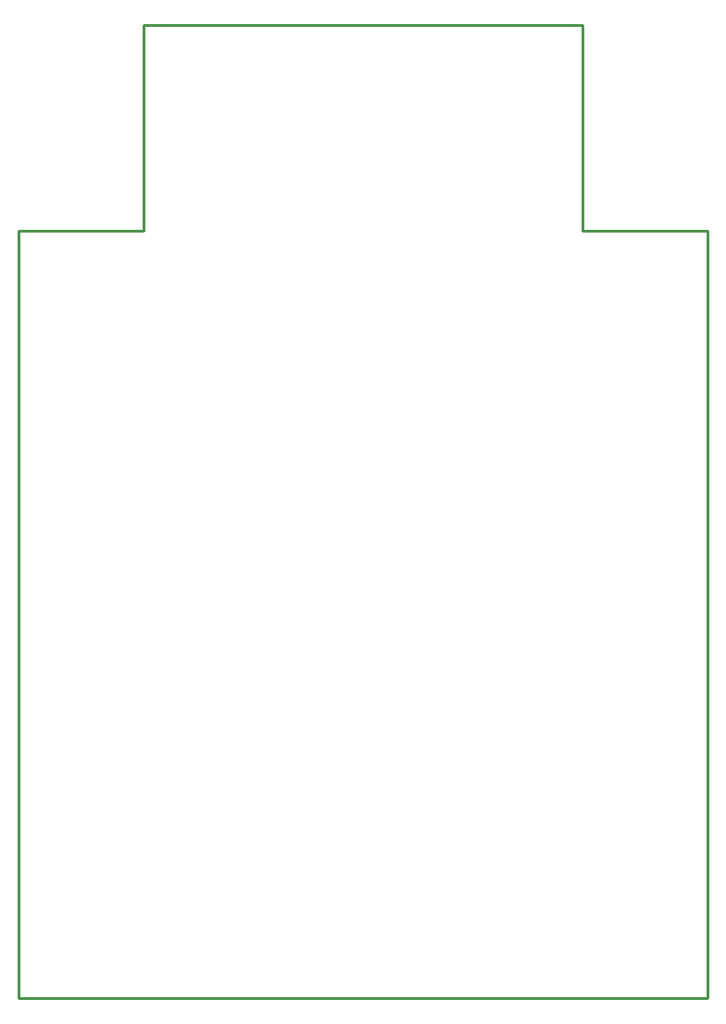
<source format=gbr>
G04 start of page 4 for group 4 idx 4 *
G04 Title: (unknown), outline *
G04 Creator: pcb 1.99z *
G04 CreationDate: Tue 16 Sep 2014 08:23:19 PM GMT UTC *
G04 For: p *
G04 Format: Gerber/RS-274X *
G04 PCB-Dimensions (mil): 6000.00 5000.00 *
G04 PCB-Coordinate-Origin: lower left *
%MOIN*%
%FSLAX25Y25*%
%LNOUTLINE*%
%ADD57C,0.0100*%
G54D57*X223456Y424074D02*X178456D01*
Y148074D01*
X426456Y424074D02*Y148074D01*
X178456D02*X426456D01*
X381456Y424074D02*Y497980D01*
X223456D01*
Y424074D01*
X381456D02*X426456D01*
M02*

</source>
